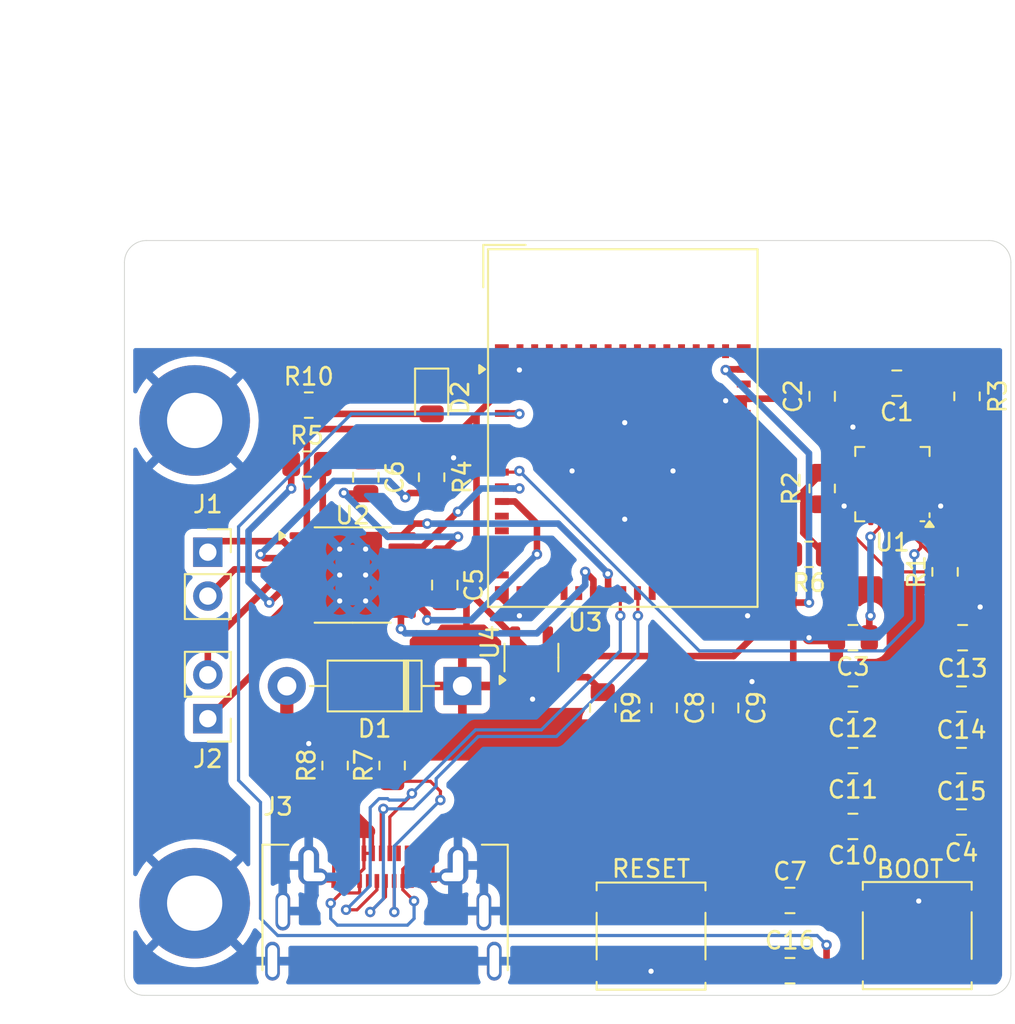
<source format=kicad_pcb>
(kicad_pcb (version 20240108) (generator "pcbnew") (generator_version "8.0")
  (layers (0 "F.Cu" signal) (31 "B.Cu" signal) (34 "B.Paste" user) (35 "F.Paste" user) (36 "B.SilkS" user "B.Silkscreen") (37 "F.SilkS" user "F.Silkscreen") (38 "B.Mask" user) (39 "F.Mask" user) (44 "Edge.Cuts" user))
  (net 0 "")
  (net 1 "Net-(D1-A)")
  (net 2 "+5V")
  (net 4 "Net-(U1-CPOUT)")
  (net 5 "INT")
  (net 6 "SCL")
  (net 10 "GND")
  (net 11 "Net-(U1-REGOUT)")
  (net 14 "Net-(U1-VLOGIC)")
  (net 15 "XCL")
  (net 16 "Net-(U1-AD0)")
  (net 18 "XDA")
  (net 19 "+3.3V")
  (net 24 "SDA")
  (net 25 "Net-(U2-VINT)")
  (net 26 "FAULT")
  (net 27 "Net-(J2-Pin_1)")
  (net 28 "Net-(U2-AISEN)")
  (net 29 "Net-(U2-VCP)")
  (net 30 "AIN2")
  (net 31 "BIN2")
  (net 32 "AIN1")
  (net 33 "Net-(J1-Pin_2)")
  (net 34 "Net-(J2-Pin_2)")
  (net 35 "BIN1")
  (net 36 "Net-(U2-BISEN)")
  (net 37 "Net-(J1-Pin_1)")
  (net 38 "IO8")
  (net 39 "IO39")
  (net 40 "IO33")
  (net 41 "IO11")
  (net 42 "IO12")
  (net 43 "IO35")
  (net 44 "IO48")
  (net 45 "IO15")
  (net 46 "D+")
  (net 47 "TXD0")
  (net 48 "IO45")
  (net 49 "IO16")
  (net 50 "IO37")
  (net 51 "IO7")
  (net 52 "IO36")
  (net 53 "IO2")
  (net 54 "IO46")
  (net 55 "IO26")
  (net 56 "IO38")
  (net 57 "IO47")
  (net 58 "IO40")
  (net 59 "IO3")
  (net 60 "IO14")
  (net 61 "BOOT0")
  (net 62 "RXD0")
  (net 63 "IO13")
  (net 64 "D-")
  (net 65 "IO10")
  (net 66 "IO9")
  (net 67 "IO21")
  (net 68 "IO34")
  (net 69 "RESET")
  (net 70 "IO42")
  (net 71 "IO41")
  (net 72 "IO1")
  (net 74 "Net-(U4-EN)")
  (net 75 "Net-(D2-A)")
  (net 76 "Net-(J3-CC2)")
  (net 77 "SBU2")
  (net 78 "SBU1")
  (net 79 "RX1-")
  (net 80 "RX2-")
  (net 81 "TX2+")
  (net 82 "TX1-")
  (net 83 "RX1+")
  (net 84 "TX1+")
  (net 85 "TX2-")
  (net 86 "RX2+")
  (footprint "Resistor_SMD:R_0805_2012Metric" (layer "F.Cu") (at 53.086 50.165)
    (property "Reference" "R10")
    (property "Value" "5.1K")
  )
  (footprint "Sensor_Motion:InvenSense_QFN-24_4x4mm_P0.5mm" (layer "F.Cu") (at 86.868 54.737 180)
    (property "Reference" "U1")
    (property "Value" "MPU-6050")
  )
  (footprint "LED_SMD:LED_0805_2012Metric" (layer "F.Cu") (at 60.198 49.7355 -90)
    (property "Reference" "D2")
    (property "Value" "LED")
  )
  (footprint "Package_SO:HTSSOP-16-1EP_4.4x5mm_P0.65mm_EP3.4x5mm_Mask2.46x2.31mm_ThermalVias" (layer "F.Cu") (at 55.626 59.999)
    (property "Reference" "U2")
    (property "Value" "DRV8833PWP")
  )
  (footprint "Resistor_SMD:R_0805_2012Metric" (layer "F.Cu") (at 54.61 71.025 90)
    (property "Reference" "R8")
    (property "Value" "5.1K")
  )
  (footprint "Resistor_SMD:R_0805_2012Metric" (layer "F.Cu") (at 57.912 71.025 90)
    (property "Reference" "R7")
    (property "Value" "5.1K")
  )
  (footprint "Capacitor_SMD:C_0805_2012Metric" (layer "F.Cu") (at 84.582 74.549 180)
    (property "Reference" "C10")
    (property "Value" "10uF")
  )
  (footprint "Capacitor_SMD:C_0805_2012Metric" (layer "F.Cu") (at 82.804 49.657 90)
    (property "Reference" "C2")
    (property "Value" "0.1uF")
  )
  (footprint "Connector_USB:USB_C_Receptacle_Amphenol_12401610E4-2A" (layer "F.Cu") (at 57.404 81.407)
    (property "Reference" "J3")
    (property "Value" "USB_C_Receptacle")
  )
  (footprint "Capacitor_SMD:C_0805_2012Metric" (layer "F.Cu") (at 90.866 74.295)
    (property "Reference" "C4")
    (property "Value" "0.1uF")
  )
  (footprint "Resistor_SMD:R_0805_2012Metric" (layer "F.Cu") (at 91.186 49.657 90)
    (property "Reference" "R3")
    (property "Value" "4.7K")
  )
  (footprint "Capacitor_SMD:C_0805_2012Metric" (layer "F.Cu") (at 73.66 67.691 90)
    (property "Reference" "C8")
    (property "Value" "10uF 25V")
  )
  (footprint "MountingHole:MountingHole_3.2mm_M3_Pad" (layer "F.Cu") (at 46.482 51.054)
    (property "Reference" "REF**" (hide yes))
    (property "Value" "MountingHole_3.2mm_M3_Pad")
  )
  (footprint "Capacitor_SMD:C_0805_2012Metric" (layer "F.Cu") (at 90.932 63.627)
    (property "Reference" "C13")
    (property "Value" "10uF")
  )
  (footprint "RF_Module:ESP32-S2-MINI-1" (layer "F.Cu") (at 71.262 51.493)
    (property "Reference" "U3")
    (property "Value" "ESP32-S3-MINI-1")
  )
  (footprint "Capacitor_SMD:C_0805_2012Metric" (layer "F.Cu") (at 77.216 67.691 90)
    (property "Reference" "C9")
    (property "Value" "10uF")
  )
  (footprint "Capacitor_SMD:C_0805_2012Metric" (layer "F.Cu") (at 90.866 67.183)
    (property "Reference" "C14")
    (property "Value" "10uF")
  )
  (footprint "Connector_PinHeader_2.54mm:PinHeader_1x02_P2.54mm_Vertical" (layer "F.Cu") (at 47.244 68.314 180)
    (property "Reference" "J2")
    (property "Value" "Screw_Terminal_01x02")
  )
  (footprint "Resistor_SMD:R_0805_2012Metric" (layer "F.Cu") (at 89.916 59.817 90)
    (property "Reference" "R1")
    (property "Value" "2.2K")
  )
  (footprint "MountingHole:MountingHole_3.2mm_M3_Pad" (layer "F.Cu") (at 46.482 78.994)
    (property "Reference" "GND" (hide yes))
    (property "Value" "MountingHole_3.2mm_M3_Pad")
  )
  (footprint "Connector_PinSocket_2.54mm:PinSocket_1x02_P2.54mm_Vertical" (layer "F.Cu") (at 47.244 58.677)
    (property "Reference" "J1")
    (property "Value" "Screw_Terminal_01x02")
  )
  (footprint "Capacitor_SMD:C_0805_2012Metric" (layer "F.Cu") (at 87.122 48.895 180)
    (property "Reference" "C1")
    (property "Value" "0.1uF")
  )
  (footprint "Capacitor_SMD:C_0805_2012Metric" (layer "F.Cu") (at 80.94 82.899 180)
    (property "Reference" "C16")
    (property "Value" "1uF 50V")
  )
  (footprint "Resistor_SMD:R_0805_2012Metric" (layer "F.Cu") (at 82.804 54.991 -90)
    (property "Reference" "R2")
    (property "Value" "2.2K")
  )
  (footprint "Package_TO_SOT_SMD:SOT-23-5" (layer "F.Cu") (at 65.974 64.7755 90)
    (property "Reference" "U4")
    (property "Value" "AP2112K-3.3")
  )
  (footprint "Capacitor_SMD:C_0805_2012Metric" (layer "F.Cu") (at 80.94 78.835)
    (property "Reference" "C7")
    (property "Value" "1uF 50V")
  )
  (footprint "Diode_THT:D_DO-41_SOD81_P10.16mm_Horizontal" (layer "F.Cu") (at 61.976 66.421 180)
    (property "Reference" "D1")
    (property "Value" "1N5819")
  )
  (footprint "Resistor_SMD:R_0805_2012Metric" (layer "F.Cu") (at 52.9825 53.577)
    (property "Reference" "R5")
    (property "Value" "0.2R")
  )
  (footprint "Button_Switch_SMD:SW_SPST_EVPBF" (layer "F.Cu") (at 72.898 80.899)
    (property "Reference" "RESET")
    (property "Value" "SW_Push")
  )
  (footprint "Capacitor_SMD:C_0805_2012Metric" (layer "F.Cu") (at 56.388 54.339 -90)
    (property "Reference" "C6")
    (property "Value" "10uF")
  )
  (footprint "Resistor_SMD:R_0805_2012Metric" (layer "F.Cu") (at 82.042 58.801 180)
    (property "Reference" "R6")
    (property "Value" "5.1K")
  )
  (footprint "Capacitor_SMD:C_0805_2012Metric" (layer "F.Cu") (at 60.96 60.579 -90)
    (property "Reference" "C5")
    (property "Value" "0.1uF")
  )
  (footprint "Resistor_SMD:R_0805_2012Metric" (layer "F.Cu") (at 70.104 67.691 -90)
    (property "Reference" "R9")
    (property "Value" "100K")
  )
  (footprint "Capacitor_SMD:C_0805_2012Metric" (layer "F.Cu") (at 84.582 67.183 180)
    (property "Reference" "C12")
    (property "Value" "10uF")
  )
  (footprint "Resistor_SMD:R_0805_2012Metric" (layer "F.Cu") (at 60.198 54.339 90)
    (property "Reference" "R4")
    (property "Value" "0.2R")
  )
  (footprint "Capacitor_SMD:C_0805_2012Metric" (layer "F.Cu") (at 84.582 63.627 180)
    (property "Reference" "C3")
    (property "Value" "2200pF")
  )
  (footprint "Button_Switch_SMD:SW_SPST_EVPBF" (layer "F.Cu") (at 88.306 80.867)
    (property "Reference" "BOOT")
    (property "Value" "SW_Push")
  )
  (footprint "Capacitor_SMD:C_0805_2012Metric" (layer "F.Cu") (at 90.866 70.739)
    (property "Reference" "C15")
    (property "Value" "1uF")
  )
  (footprint "Capacitor_SMD:C_0805_2012Metric" (layer "F.Cu") (at 84.582 70.739 180)
    (property "Reference" "C11")
    (property "Value" "10uF")
  )
  (gr_line (start 42.418 41.91) (end 42.418 83.185) (stroke (width 0.05)) (layer "Edge.Cuts"))
  (gr_arc (start 42.418 41.91) (mid 42.789974 41.011974) (end 43.688 40.64) (stroke (width 0.05)) (layer "Edge.Cuts"))
  (gr_arc (start 93.726 83.058) (mid 93.354026 83.956026) (end 92.456 84.328) (stroke (width 0.05)) (layer "Edge.Cuts"))
  (gr_line (start 93.726 83.058) (end 93.726 41.91) (stroke (width 0.05)) (layer "Edge.Cuts"))
  (gr_arc (start 43.561 84.328) (mid 42.752777 83.993223) (end 42.418 83.185) (stroke (width 0.05)) (layer "Edge.Cuts"))
  (gr_line (start 92.456 40.64) (end 43.688 40.64) (stroke (width 0.05)) (layer "Edge.Cuts"))
  (gr_arc (start 92.456 40.64) (mid 93.354026 41.011974) (end 93.726 41.91) (stroke (width 0.05)) (layer "Edge.Cuts"))
  (gr_line (start 43.561 84.328) (end 92.456 84.328) (stroke (width 0.05)) (layer "Edge.Cuts"))
  (segment (start 56.548 74.838) (end 56.779 75.069) (width 0.18415) (layer "F.Cu") (net 1))
  (segment (start 58.779 76.77615) (end 58.779 76.107) (width 0.18415) (layer "F.Cu") (net 1))
  (segment (start 56.548 74.838) (end 56.279 75.107) (width 0.18415) (layer "F.Cu") (net 1))
  (segment (start 51.816 71.406) (end 51.816 66.421) (width 0.762) (layer "F.Cu") (net 1))
  (segment (start 55.248 74.838) (end 51.816 71.406) (width 0.762) (layer "F.Cu") (net 1))
  (segment (start 56.548 74.838) (end 55.248 74.838) (width 0.762) (layer "F.Cu") (net 1))
  (segment (start 56.029 78.32615) (end 56.029 77.707) (width 0.18415) (layer "F.Cu") (net 1))
  (segment (start 59.182 78.867) (end 58.529 78.214) (width 0.18415) (layer "F.Cu") (net 1))
  (segment (start 58.529 77.707) (end 58.529 77.02615) (width 0.18415) (layer "F.Cu") (net 1))
  (segment (start 56.779 75.069) (end 56.779 76.107) (width 0.18415) (layer "F.Cu") (net 1))
  (segment (start 58.529 78.214) (end 58.529 77.707) (width 0.18415) (layer "F.Cu") (net 1))
  (segment (start 56.029 77.238) (end 56.279 76.988) (width 0.18415) (layer "F.Cu") (net 1))
  (segment (start 54.950925 78.399075) (end 55.956075 78.399075) (width 0.18415) (layer "F.Cu") (net 1))
  (segment (start 54.61 71.9375) (end 54.61 72.9) (width 0.762) (layer "F.Cu") (net 1))
  (segment (start 54.356 78.994) (end 54.950925 78.399075) (width 0.18415) (layer "F.Cu") (net 1))
  (segment (start 56.279 76.107) (end 56.779 76.107) (width 0.18415) (layer "F.Cu") (net 1))
  (segment (start 58.529 77.02615) (end 58.779 76.77615) (width 0.18415) (layer "F.Cu") (net 1))
  (segment (start 56.279 75.107) (end 56.279 76.107) (width 0.18415) (layer "F.Cu") (net 1))
  (segment (start 54.61 72.9) (end 56.548 74.838) (width 0.762) (layer "F.Cu") (net 1))
  (segment (start 56.279 76.988) (end 56.279 76.107) (width 0.18415) (layer "F.Cu") (net 1))
  (segment (start 55.956075 78.399075) (end 56.029 78.32615) (width 0.18415) (layer "F.Cu") (net 1))
  (segment (start 56.029 77.707) (end 56.029 77.238) (width 0.18415) (layer "F.Cu") (net 1))
  (via (at 54.356 78.994) (size 0.6) (drill 0.3) (layers "F.Cu" "B.Cu") (net 1))
  (via (at 59.182 78.867) (size 0.6) (drill 0.3) (layers "F.Cu" "B.Cu") (net 1))
  (segment (start 54.737 80.264) (end 58.801 80.264) (width 0.18415) (layer "B.Cu") (net 1))
  (segment (start 59.182 79.883) (end 59.182 78.867) (width 0.18415) (layer "B.Cu") (net 1))
  (segment (start 58.801 80.264) (end 59.182 79.883) (width 0.18415) (layer "B.Cu") (net 1))
  (segment (start 54.356 78.994) (end 54.356 79.883) (width 0.18415) (layer "B.Cu") (net 1))
  (segment (start 54.356 79.883) (end 54.737 80.264) (width 0.18415) (layer "B.Cu") (net 1))
  (segment (start 62.23 63.119) (end 62.2135 63.1025) (width 0.381) (layer "F.Cu") (net 2))
  (segment (start 61.976 66.421) (end 62.484 65.913) (width 0.762) (layer "F.Cu") (net 2))
  (segment (start 58.4885 60.324) (end 60.265 60.324) (width 0.381) (layer "F.Cu") (net 2))
  (segment (start 60.265 60.324) (end 60.96 59.629) (width 0.381) (layer "F.Cu") (net 2))
  (segment (start 62.2135 63.1025) (end 62.2135 60.8825) (width 0.381) (layer "F.Cu") (net 2))
  (segment (start 61.976 66.421) (end 62.0755 66.3215) (width 0.381) (layer "F.Cu") (net 2))
  (segment (start 62.2135 60.8825) (end 60.96 59.629) (width 0.381) (layer "F.Cu") (net 2))
  (segment (start 73.6225 68.6035) (end 73.66 68.641) (width 0.762) (layer "F.Cu") (net 2))
  (segment (start 85.532 62.423) (end 85.598 62.357) (width 0.381) (layer "F.Cu") (net 4))
  (segment (start 86.118 57.265) (end 86.118 56.687) (width 0.18415) (layer "F.Cu") (net 4))
  (segment (start 85.532 63.627) (end 85.532 62.423) (width 0.381) (layer "F.Cu") (net 4))
  (segment (start 85.598 57.785) (end 86.118 57.265) (width 0.18415) (layer "F.Cu") (net 4))
  (via (at 85.598 62.357) (size 0.6) (drill 0.3) (layers "F.Cu" "B.Cu") (net 4))
  (via (at 85.598 57.785) (size 0.6) (drill 0.3) (layers "F.Cu" "B.Cu") (net 4))
  (segment (start 85.598 62.357) (end 85.598 57.785) (width 0.381) (layer "B.Cu") (net 4))
  (segment (start 89.916 58.9045) (end 89.216 58.9045) (width 0.18415) (layer "F.Cu") (net 6))
  (segment (start 88.138 58.801) (end 88.49825 58.44075) (width 0.18415) (layer "F.Cu") (net 6))
  (segment (start 89.216 58.9045) (end 88.49825 58.18675) (width 0.18415) (layer "F.Cu") (net 6))
  (segment (start 64.262 54.043) (end 65.21 54.043) (width 0.18415) (layer "F.Cu") (net 6))
  (segment (start 88.49825 58.18675) (end 87.618 57.3065) (width 0.18415) (layer "F.Cu") (net 6))
  (segment (start 87.618 57.3065) (end 87.618 56.687) (width 0.18415) (layer "F.Cu") (net 6))
  (segment (start 88.49825 58.44075) (end 88.49825 58.18675) (width 0.18415) (layer "F.Cu") (net 6))
  (segment (start 65.21 54.043) (end 65.278 53.975) (width 0.18415) (layer "F.Cu") (net 6))
  (via (at 65.278 53.975) (size 0.6) (drill 0.3) (layers "F.Cu" "B.Cu") (net 6))
  (via (at 88.138 58.801) (size 0.6) (drill 0.3) (layers "F.Cu" "B.Cu") (net 6))
  (segment (start 75.692 64.389) (end 86.36 64.389) (width 0.18415) (layer "B.Cu") (net 6))
  (segment (start 65.278 53.975) (end 75.692 64.389) (width 0.18415) (layer "B.Cu") (net 6))
  (segment (start 88.138 62.611) (end 88.138 58.801) (width 0.18415) (layer "B.Cu") (net 6))
  (segment (start 86.36 64.389) (end 88.138 62.611) (width 0.18415) (layer "B.Cu") (net 6))
  (segment (start 91.816 70.739) (end 91.816 67.183) (width 0.762) (layer "F.Cu") (net 10))
  (segment (start 89.662 56.007) (end 88.838 56.007) (width 0.18415) (layer "F.Cu") (net 10))
  (segment (start 60.279 77.457) (end 60.029 77.707) (width 0.18415) (layer "F.Cu") (net 10))
  (segment (start 69.612 52.393) (end 71.262 52.393) (width 0.381) (layer "F.Cu") (net 10))
  (segment (start 60.67 77.472) (end 61.399 77.472) (width 0.18415) (layer "F.Cu") (net 10))
  (segment (start 60.029 77.707) (end 60.435 77.707) (width 0.18415) (layer "F.Cu") (net 10))
  (segment (start 86.118 52.3408) (end 86.118 52.787) (width 0.18415) (layer "F.Cu") (net 10))
  (segment (start 78.486 62.357) (end 78.486 61.267) (width 0.381) (layer "F.Cu") (net 10))
  (segment (start 58.4885 59.674) (end 56.701 59.674) (width 0.381) (layer "F.Cu") (net 10))
  (segment (start 85.394 78.835) (end 85.426 78.867) (width 0.762) (layer "F.Cu") (net 10))
  (segment (start 60.435 77.707) (end 60.67 77.472) (width 0.18415) (layer "F.Cu") (net 10))
  (segment (start 78.486 61.267) (end 78.262 61.043) (width 0.381) (layer "F.Cu") (net 10))
  (segment (start 64.117 48.798) (end 64.262 48.943) (width 0.381) (layer "F.Cu") (net 10))
  (segment (start 71.374 55.805) (end 71.262 55.693) (width 0.381) (layer "F.Cu") (net 10))
  (segment (start 75.778 82.899) (end 72.93 82.899) (width 0.762) (layer "F.Cu") (net 10))
  (segment (start 54.529 76.357) (end 54.529 77.707) (width 0.18415) (layer "F.Cu") (net 10))
  (segment (start 82.042 63.627) (end 83.632 63.627) (width 0.762) (layer "F.Cu") (net 10))
  (segment (start 74.168 53.975) (end 72.98 53.975) (width 0.381) (layer "F.Cu") (net 10))
  (segment (start 69.612 55.693) (end 71.262 55.693) (width 0.381) (layer "F.Cu") (net 10))
  (segment (start 73.812 47.043) (end 74.662 47.043) (width 0.381) (layer "F.Cu") (net 10))
  (segment (start 85.426 78.867) (end 88.392 78.867) (width 0.762) (layer "F.Cu") (net 10))
  (segment (start 71.262 52.393) (end 72.912 52.393) (width 0.381) (layer "F.Cu") (net 10))
  (segment (start 77.79 66.167) (end 77.216 66.741) (width 0.381) (layer "F.Cu") (net 10))
  (segment (start 78.262 47.043) (end 77.212 47.043) (width 0.381) (layer "F.Cu") (net 10))
  (segment (start 64.302 48.133) (end 64.262 48.093) (width 0.381) (layer "F.Cu") (net 10))
  (segment (start 60.1605 53.389) (end 60.198 53.4265) (width 0.381) (layer "F.Cu") (net 10))
  (segment (start 66.04 65.979) (end 65.974 65.913) (width 0.381) (layer "F.Cu") (net 10))
  (segment (start 60.4115 53.213) (end 60.198 53.4265) (width 0.381) (layer "F.Cu") (net 10))
  (segment (start 91.882 61.915) (end 91.948 61.849) (width 0.762) (layer "F.Cu") (net 10))
  (segment (start 54.529 77.707) (end 53.644 77.707) (width 0.18415) (layer "F.Cu") (net 10))
  (segment (start 72.98 53.975) (end 72.912 54.043) (width 0.381) (layer "F.Cu") (net 10))
  (segment (start 64.262 61.341) (end 65.278 62.357) (width 0.381) (layer "F.Cu") (net 10))
  (segment (start 79.99 82.899) (end 75.778 82.899) (width 0.762) (layer "F.Cu") (net 10))
  (segment (start 65.278 47.077) (end 65.312 47.043) (width 0.381) (layer "F.Cu") (net 10))
  (segment (start 54.083 53.389) (end 56.388 53.389) (width 0.381) (layer "F.Cu") (net 10))
  (segment (start 83.632 67.183) (end 83.632 63.627) (width 0.762) (layer "F.Cu") (net 10))
  (segment (start 73.66 66.741) (end 77.216 66.741) (width 0.762) (layer "F.Cu") (net 10))
  (segment (start 85.984 48.707) (end 86.172 48.895) (width 0.762) (layer "F.Cu") (net 10))
  (segment (start 86.118 48.949) (end 86.172 48.895) (width 0.18415) (layer "F.Cu") (net 10))
  (segment (start 71.374 56.769) (end 71.374 55.805) (width 0.381) (layer "F.Cu") (net 10))
  (segment (start 71.262 47.043) (end 72.112 47.043) (width 0.381) (layer "F.Cu") (net 10))
  (segment (start 72.112 47.043) (end 72.962 47.043) (width 0.381) (layer "F.Cu") (net 10))
  (segment (start 90.221 47.7795) (end 87.2875 47.7795) (width 0.381) (layer "F.Cu") (net 10))
  (segment (start 68.712 47.043) (end 69.562 47.043) (width 0.381) (layer "F.Cu") (net 10))
  (segment (start 69.612 54.043) (end 71.262 54.043) (width 0.381) (layer "F.Cu") (net 10))
  (segment (start 54.876 58.499) (end 54.876 58.145447) (width 0.381) (layer "F.Cu") (net 10))
  (segment (start 56.388 53.389) (end 60.1605 53.389) (width 0.381) (layer "F.Cu") (net 10))
  (segment (start 83.632 74.549) (end 83.632 70.739) (width 0.762) (layer "F.Cu") (net 10))
  (segment (start 77.334 49.793) (end 77.216 49.911) (width 0.381) (layer "F.Cu") (net 10))
  (segment (start 91.816 74.295) (end 91.816 70.739) (width 0.762) (layer "F.Cu") (net 10))
  (segment (start 53.4435 70.1125) (end 53.086 69.755) (width 0.381) (layer "F.Cu") (net 10))
  (segment (start 53.644 77.707) (end 53.409 77.472) (width 0.18415) (layer "F.Cu") (net 10))
  (segment (start 70.412 47.043) (end 71.262 47.043) (width 0.381) (layer "F.Cu") (net 10))
  (segment (start 91.816 67.183) (end 91.816 63.693) (width 0.762) (layer "F.Cu") (net 10))
  (segment (start 91.186 78.867) (end 88.392 78.867) (width 0.762) (layer "F.Cu") (net 10))
  (segment (start 88.838 56.007) (end 88.818 55.987) (width 0.18415) (layer "F.Cu") (net 10))
  (segment (start 64.262 47.043) (end 65.312 47.043) (width 0.381) (layer "F.Cu") (net 10))
  (segment (start 60.198 48.798) (end 64.117 48.798) (width 0.381) (layer "F.Cu") (net 10))
  (segment (start 72.93 82.899) (end 72.898 82.931) (width 0.762) (layer "F.Cu") (net 10))
  (segment (start 74.662 47.043) (end 75.512 47.043) (width 0.381) (layer "F.Cu") (net 10))
  (segment (start 78.74 66.167) (end 77.79 66.167) (width 0.381) (layer "F.Cu") (net 10))
  (segment (start 71.374 52.281) (end 71.262 52.393) (width 0.381) (layer "F.Cu") (net 10))
  (segment (start 65.312 47.043) (end 66.162 47.043) (width 0.381) (layer "F.Cu") (net 10))
  (segment (start 91.882 63.627) (end 91.882 61.915) (width 0.762) (layer "F.Cu") (net 10))
  (segment (start 64.262 61.043) (end 64.262 61.341) (width 0.381) (layer "F.Cu") (net 10))
  (segment (start 78.262 50.643) (end 78.262 49.793) (width 0.381) (layer "F.Cu") (net 10))
  (segment (start 64.262 48.093) (end 64.262 47.043) (width 0.381) (layer "F.Cu") (net 10))
  (segment (start 71.374 51.181) (end 71.374 52.281) (width 0.381) (layer "F.Cu") (net 10))
  (segment (start 81.718 49.793) (end 82.804 48.707) (width 0.381) (layer "F.Cu") (net 10))
  (segment (start 85.2122 51.435) (end 86.118 52.3408) (width 0.18415) (layer "F.Cu") (net 10))
  (segment (start 84.582 51.435) (end 85.2122 51.435) (width 0.18415) (layer "F.Cu") (net 10))
  (segment (start 54.779 76.107) (end 54.529 76.357) (width 0.18415) (layer "F.Cu") (net 10))
  (segment (start 70.018 82.899) (end 72.866 82.899) (width 0.762) (layer "F.Cu") (net 10))
  (segment (start 67.862 47.043) (end 68.712 47.043) (width 0.381) (layer "F.Cu") (net 10))
  (segment (start 61.468 53.213) (end 60.4115 53.213) (width 0.381) (layer "F.Cu") (net 10))
  (segment (start 72.866 82.899) (end 72.898 82.931) (width 0.762) (layer "F.Cu") (net 10))
  (segment (start 54.61 70.1125) (end 53.4435 70.1125) (width 0.381) (layer "F.Cu") (net 10))
  (segment (start 82.804 48.707) (end 85.984 48.707) (width 0.762) (layer "F.Cu") (net 10))
  (segment (start 91.816 63.693) (end 91.882 63.627) (width 0.762) (layer "F.Cu") (net 10))
  (segment (start 84.094 55.987) (end 84.074 56.007) (width 0.18415) (layer "F.Cu") (net 10))
  (segment (start 76.362 47.043) (end 77.212 47.043) (width 0.381) (layer "F.Cu") (net 10))
  (segment (start 91.186 48.7445) (end 90.221 47.7795) (width 0.381) (layer "F.Cu") (net 10))
  (segment (start 54.61 70.1125) (end 57.912 70.1125) (width 0.381) (layer "F.Cu") (net 10))
  (segment (start 60.198 53.4265) (end 60.2385 53.4265) (width 0.381) (layer "F.Cu") (net 10))
  (segment (start 75.512 47.043) (end 76.362 47.043) (width 0.381) (layer "F.Cu") (net 10))
  (segment (start 78.262 49.793) (end 81.718 49.793) (width 0.381) (layer "F.Cu") (net 10))
  (segment (start 72.912 54.043) (end 71.262 54.043) (width 0.381) (layer "F.Cu") (net 10))
  (segment (start 65.278 48.133) (end 64.302 48.133) (width 0.381) (layer "F.Cu") (net 10))
  (segment (start 84.918 55.987) (end 84.094 55.987) (width 0.18415) (layer "F.Cu") (net 10))
  (segment (start 56.701 59.674) (end 56.376 59.999) (width 0.381) (layer "F.Cu") (net 10))
  (segment (start 66.04 67.183) (end 66.04 65.979) (width 0.381) (layer "F.Cu") (net 10))
  (segment (start 54.876 58.145447) (end 53.895 57.164447) (width 0.381) (layer "F.Cu") (net 10))
  (segment (start 81.89 78.835) (end 85.394 78.835) (width 0.762) (layer "F.Cu") (net 10))
  (segment (start 53.895 53.577) (end 54.083 53.389) (width 0.381) (layer "F.Cu") (net 10))
  (segment (start 65.278 48.133) (end 65.278 47.077) (width 0.381) (layer "F.Cu") (net 10))
  (segment (start 64.262 48.943) (end 64.262 48.093) (width 0.381) (layer "F.Cu") (net 10))
  (segment (start 71.262 55.693) (end 72.912 55.693) (width 0.381) (layer "F.Cu") (net 10))
  (segment (start 60.279 76.107) (end 60.279 77.457) (width 0.18415) (layer "F.Cu") (net 10))
  (segment (start 78.262 49.793) (end 77.334 49.793) (width 0.381) (layer "F.Cu") (net 10))
  (segment (start 69.544 53.975) (end 69.612 54.043) (width 0.381) (layer "F.Cu") (net 10))
  (segment (start 69.562 47.043) (end 70.412 47.043) (width 0.381) (layer "F.Cu") (net 10))
  (segment (start 53.895 57.164447) (end 53.895 53.577) (width 0.381) (layer "F.Cu") (net 10))
  (segment (start 68.326 53.975) (end 69.544 53.975) (width 0.381) (layer "F.Cu") (net 10))
  (segment (start 83.632 70.739) (end 83.632 67.183) (width 0.762) (layer "F.Cu") (net 10))
  (segment (start 66.162 47.043) (end 67.012 47.043) (width 0.381) (layer "F.Cu") (net 10))
  (segment (start 67.012 47.043) (end 67.862 47.043) (width 0.381) (layer "F.Cu") (net 10))
  (segment (start 87.2875 47.7795) (end 86.172 48.895) (width 0.381) (layer "F.Cu") (net 10))
  (segment (start 72.962 47.043) (end 73.812 47.043) (width 0.381) (layer "F.Cu") (net 10))
  (via (at 66.04 67.183) (size 0.6) (drill 0.3) (layers "F.Cu" "B.Cu") (net 10))
  (via (at 84.074 56.007) (size 0.6) (drill 0.3) (layers "F.Cu" "B.Cu") (net 10))
  (via (at 68.326 53.975) (size 0.6) (drill 0.3) (layers "F.Cu" "B.Cu") (net 10))
  (via (at 61.468 53.213) (size 0.6) (drill 0.3) (layers "F.Cu" "B.Cu") (net 10))
  (via (at 84.582 51.435) (size 0.6) (drill 0.3) (layers "F.Cu" "B.Cu") (net 10))
  (via (at 78.74 66.167) (size 0.6) (drill 0.3) (layers "F.Cu" "B.Cu") (net 10))
  (via (at 88.392 78.867) (size 0.6) (drill 0.3) (layers "F.Cu" "B.Cu") (net 10))
  (via (at 89.662 56.007) (size 0.6) (drill 0.3) (layers "F.Cu" "B.Cu") (net 10))
  (via (at 71.374 51.181) (size 0.6) (drill 0.3) (layers "F.Cu" "B.Cu") (net 10))
  (via (at 74.168 53.975) (size 0.6) (drill 0.3) (layers "F.Cu" "B.Cu") (net 10))
  (via (at 71.374 56.769) (size 0.6) (drill 0.3) (layers "F.Cu" "B.Cu") (net 10))
  (via (at 77.216 49.911) (size 0.6) (drill 0.3) (layers "F.Cu" "B.Cu") (net 10))
  (via (at 82.042 63.627) (size 0.6) (drill 0.3) (layers "F.Cu" "B.Cu") (net 10))
  (via (at 65.278 62.357) (size 0.6) (drill 0.3) (layers "F.Cu" "B.Cu") (net 10))
  (via (at 91.948 61.849) (size 0.6) (drill 0.3) (layers "F.Cu" "B.Cu") (net 10))
  (via (at 53.086 69.755) (size 0.6) (drill 0.3) (layers "F.Cu" "B.Cu") (net 10))
  (via (at 72.898 82.931) (size 0.6) (drill 0.3) (layers "F.Cu" "B.Cu") (net 10))
  (via (at 65.278 48.133) (size 0.6) (drill 0.3) (layers "F.Cu" "B.Cu") (net 10))
  (via (at 78.486 62.357) (size 0.6) (drill 0.3) (layers "F.Cu" "B.Cu") (net 10))
  (segment (start 86.618 52.787) (end 86.618 51.693) (width 0.18415) (layer "F.Cu") (net 11))
  (segment (start 85.532 50.607) (end 82.804 50.607) (width 0.18415) (layer "F.Cu") (net 11))
  (segment (start 86.618 51.693) (end 85.532 50.607) (width 0.18415) (layer "F.Cu") (net 11))
  (segment (start 92.178075 49.887075) (end 91.840075 49.549075) (width 0.18415) (layer "F.Cu") (net 14))
  (segment (start 87.618 49.349) (end 88.072 48.895) (width 0.18415) (layer "F.Cu") (net 14))
  (segment (start 91.840075 49.549075) (end 88.726075 49.549075) (width 0.18415) (layer "F.Cu") (net 14))
  (segment (start 88.726075 49.549075) (end 88.072 48.895) (width 0.18415) (layer "F.Cu") (net 14))
  (segment (start 88.584725 51.374075) (end 92.008925 51.374075) (width 0.18415) (layer "F.Cu") (net 14))
  (segment (start 92.008925 51.374075) (end 92.178075 51.204925) (width 0.18415) (layer "F.Cu") (net 14))
  (segment (start 87.618 52.3408) (end 88.584725 51.374075) (width 0.18415) (layer "F.Cu") (net 14))
  (segment (start 92.178075 51.204925) (end 92.178075 49.887075) (width 0.18415) (layer "F.Cu") (net 14))
  (segment (start 87.618 52.787) (end 87.618 52.3408) (width 0.18415) (layer "F.Cu") (net 14))
  (segment (start 87.118 52.787) (end 87.118 51.439) (width 0.18415) (layer "F.Cu") (net 16))
  (segment (start 87.118 51.439) (end 87.9875 50.5695) (width 0.18415) (layer "F.Cu") (net 16))
  (segment (start 87.9875 50.5695) (end 91.186 50.5695) (width 0.18415) (layer "F.Cu") (net 16))
  (segment (start 79.756 57.1265) (end 81.7135 55.169) (width 0.381) (layer "F.Cu") (net 19))
  (segment (start 52.973 52.1375) (end 53.5595 51.551) (width 0.381) (layer "F.Cu") (net 19))
  (segment (start 62.7945 50.7295) (end 63.731 49.793) (width 0.381) (layer "F.Cu") (net 19))
  (segment (start 89.982 67.117) (end 89.916 67.183) (width 0.762) (layer "F.Cu") (net 19))
  (segment (start 81.7135 57.56) (end 81.7135 55.169) (width 0.381) (layer "F.Cu") (net 19))
  (segment (start 65.024 63.638) (end 62.7945 61.4085) (width 0.381) (layer "F.Cu") (net 19))
  (segment (start 52.1735 50.165) (end 53.5595 51.551) (width 0.381) (layer "F.Cu") (net 19))
  (segment (start 79.756 62.611) (end 79.756 57.1265) (width 0.381) (layer "F.Cu") (net 19))
  (segment (start 84.883 60.7295) (end 89.916 60.7295) (width 0.762) (layer "F.Cu") (net 19))
  (segment (start 53.5595 51.551) (end 61.973 51.551) (width 0.381) (layer "F.Cu") (net 19))
  (segment (start 65.024 63.638) (end 66.077 64.691) (width 0.381) (layer "F.Cu") (net 19))
  (segment (start 81.7135 55.169) (end 82.804 54.0785) (width 0.381) (layer "F.Cu") (net 19))
  (segment (start 77.676 64.691) (end 79.756 62.611) (width 0.381) (layer "F.Cu") (net 19))
  (segment (start 82.9545 58.801) (end 84.883 60.7295) (width 0.762) (layer "F.Cu") (net 19))
  (segment (start 52.973 57.5145) (end 52.973 52.1375) (width 0.381) (layer "F.Cu") (net 19))
  (segment (start 84.918 53.487) (end 83.3955 53.487) (width 0.18415) (layer "F.Cu") (net 19))
  (segment (start 61.973 51.551) (end 62.7945 50.7295) (width 0.381) (layer "F.Cu") (net 19))
  (segment (start 63.731 49.793) (end 64.262 49.793) (width 0.381) (layer "F.Cu") (net 19))
  (segment (start 52.7635 57.724) (end 52.973 57.5145) (width 0.381) (layer "F.Cu") (net 19))
  (segment (start 89.982 60.7955) (end 89.916 60.7295) (width 0.762) (layer "F.Cu") (net 19))
  (segment (start 62.7945 61.4085) (end 62.7945 50.7295) (width 0.381) (layer "F.Cu") (net 19))
  (segment (start 66.077 64.691) (end 77.676 64.691) (width 0.381) (layer "F.Cu") (net 19))
  (segment (start 83.3955 53.487) (end 82.804 54.0785) (width 0.18415) (layer "F.Cu") (net 19))
  (segment (start 82.9545 58.801) (end 81.7135 57.56) (width 0.381) (layer "F.Cu") (net 19))
  (segment (start 88.118 56.687) (end 89.184538 56.687) (width 0.18415) (layer "F.Cu") (net 24))
  (segment (start 90.489538 59.817) (end 86.7175 59.817) (width 0.18415) (layer "F.Cu") (net 24))
  (segment (start 90.908075 59.398463) (end 90.489538 59.817) (width 0.18415) (layer "F.Cu") (net 24))
  (segment (start 86.7175 59.817) (end 82.804 55.9035) (width 0.18415) (layer "F.Cu") (net 24))
  (segment (start 89.184538 56.687) (end 90.908075 58.410537) (width 0.18415) (layer "F.Cu") (net 24))
  (segment (start 90.908075 58.410537) (end 90.908075 59.398463) (width 0.18415) (layer "F.Cu") (net 24))
  (segment (start 55.162 55.289) (end 55.118 55.245) (width 0.381) (layer "F.Cu") (net 25))
  (segment (start 59.927268 59.024) (end 58.4885 59.024) (width 0.381) (layer "F.Cu") (net 25))
  (segment (start 60.475768 58.4755) (end 59.927268 59.024) (width 0.381) (layer "F.Cu") (net 25))
  (segment (start 61.0315 58.4755) (end 60.475768 58.4755) (width 0.381) (layer "F.Cu") (net 25))
  (segment (start 56.388 55.289) (end 55.162 55.289) (width 0.381) (layer "F.Cu") (net 25))
  (segment (start 61.722 57.785) (end 61.0315 58.4755) (width 0.381) (layer "F.Cu") (net 25))
  (via (at 61.722 57.785) (size 0.6) (drill 0.3) (layers "F.Cu" "B.Cu") (net 25))
  (via (at 55.118 55.245) (size 0.6) (drill 0.3) (layers "F.Cu" "B.Cu") (net 25))
  (segment (start 61.722 57.785) (end 57.658 57.785) (width 0.381) (layer "B.Cu") (net 25))
  (segment (start 57.658 57.785) (end 55.118 55.245) (width 0.381) (layer "B.Cu") (net 25))
  (segment (start 50.8 64.758) (end 47.244 68.314) (width 0.381) (layer "F.Cu") (net 27))
  (segment (start 52.7635 61.624) (end 51.929556 61.624) (width 0.381) (layer "F.Cu") (net 27))
  (segment (start 50.8 62.753556) (end 50.8 64.758) (width 0.381) (layer "F.Cu") (net 27))
  (segment (start 51.929556 61.624) (end 50.8 62.753556) (width 0.381) (layer "F.Cu") (net 27))
  (segment (start 58.9215 55.2515) (end 58.674 55.499) (width 0.381) (layer "F.Cu") (net 28))
  (segment (start 50.515 59.024) (end 50.292 58.801) (width 0.381) (layer "F.Cu") (net 28))
  (segment (start 52.7635 59.024) (end 50.515 59.024) (width 0.381) (layer "F.Cu") (net 28))
  (segment (start 60.198 55.2515) (end 58.9215 55.2515) (width 0.381) (layer "F.Cu") (net 28))
  (via (at 58.674 55.499) (size 0.6) (drill 0.3) (layers "F.Cu" "B.Cu") (net 28))
  (via (at 50.292 58.801) (size 0.6) (drill 0.3) (layers "F.Cu" "B.Cu") (net 28))
  (segment (start 50.292 58.801) (end 54.5385 54.5545) (width 0.381) (layer "B.Cu") (net 28))
  (segment (start 54.5385 54.5545) (end 57.7295 54.5545) (width 0.381) (layer "B.Cu") (net 28))
  (segment (start 57.7295 54.5545) (end 58.674 55.499) (width 0.381) (layer "B.Cu") (net 28))
  (segment (start 60.405 60.974) (end 60.96 61.529) (width 0.381) (layer "F.Cu") (net 29))
  (segment (start 58.4885 60.974) (end 60.405 60.974) (width 0.381) (layer "F.Cu") (net 29))
  (segment (start 64.36 54.991) (end 64.262 54.893) (width 0.381) (layer "F.Cu") (net 30))
  (segment (start 65.278 54.991) (end 64.36 54.991) (width 0.381) (layer "F.Cu") (net 30))
  (segment (start 59.6805 58.374) (end 58.4885 58.374) (width 0.381) (layer "F.Cu") (net 30))
  (segment (start 61.722 56.3325) (end 59.6805 58.374) (width 0.381) (layer "F.Cu") (net 30))
  (via (at 65.278 54.991) (size 0.6) (drill 0.3) (layers "F.Cu" "B.Cu") (net 30))
  (via (at 61.722 56.3325) (size 0.6) (drill 0.3) (layers "F.Cu" "B.Cu") (net 30))
  (segment (start 63.0635 54.991) (end 65.278 54.991) (width 0.381) (layer "B.Cu") (net 30))
  (segment (start 61.722 56.3325) (end 63.0635 54.991) (width 0.381) (layer "B.Cu") (net 30))
  (segment (start 59.322444 61.624) (end 58.4885 61.624) (width 0.381) (layer "F.Cu") (net 31))
  (segment (start 59.944 62.611) (end 59.944 62.245556) (width 0.381) (layer "F.Cu") (net 31))
  (segment (start 65.014 55.743) (end 66.294 57.023) (width 0.381) (layer "F.Cu") (net 31))
  (segment (start 66.294 57.023) (end 66.294 58.801) (width 0.381) (layer "F.Cu") (net 31))
  (segment (start 64.262 55.743) (end 65.014 55.743) (width 0.381) (layer "F.Cu") (net 31))
  (segment (start 59.944 62.245556) (end 59.322444 61.624) (width 0.381) (layer "F.Cu") (net 31))
  (via (at 59.944 62.611) (size 0.6) (drill 0.3) (layers "F.Cu" "B.Cu") (net 31))
  (via (at 66.294 58.801) (size 0.6) (drill 0.3) (layers "F.Cu" "B.Cu") (net 31))
  (segment (start 59.944 62.611) (end 62.484 62.611) (width 0.381) (layer "B.Cu") (net 31))
  (segment (start 62.484 62.611) (end 66.294 58.801) (width 0.381) (layer "B.Cu") (net 31))
  (segment (start 70.394082 59.928403) (end 70.412 59.946321) (width 0.381) (layer "F.Cu") (net 32))
  (segment (start 70.412 59.946321) (end 70.412 61.043) (width 0.381) (layer "F.Cu") (net 32))
  (segment (start 59.944 57.023) (end 59.1895 57.023) (width 0.381) (layer "F.Cu") (net 32))
  (segment (start 59.1895 57.023) (end 58.4885 57.724) (width 0.381) (layer "F.Cu") (net 32))
  (via (at 70.394082 59.928403) (size 0.6) (drill 0.3) (layers "F.Cu" "B.Cu") (net 32))
  (via (at 59.944 57.023) (size 0.6) (drill 0.3) (layers "F.Cu" "B.Cu") (net 32))
  (segment (start 70.394082 59.892567) (end 67.524515 57.023) (width 0.381) (layer "B.Cu") (net 32))
  (segment (start 67.524515 57.023) (end 59.944 57.023) (width 0.381) (layer "B.Cu") (net 32))
  (segment (start 70.394082 59.928403) (end 70.394082 59.892567) (width 0.381) (layer "B.Cu") (net 32))
  (segment (start 48.787 59.674) (end 47.244 61.217) (width 0.381) (layer "F.Cu") (net 33))
  (segment (start 52.7635 59.674) (end 48.787 59.674) (width 0.381) (layer "F.Cu") (net 33))
  (segment (start 47.244 64.135) (end 47.244 65.774) (width 0.381) (layer "F.Cu") (net 34))
  (segment (start 52.7635 60.324) (end 51.055 60.324) (width 0.381) (layer "F.Cu") (net 34))
  (segment (start 51.055 60.324) (end 47.244 64.135) (width 0.381) (layer "F.Cu") (net 34))
  (segment (start 69.562 60.291) (end 69.562 61.043) (width 0.381) (layer "F.Cu") (net 35))
  (segment (start 69.088 59.817) (end 69.562 60.291) (width 0.381) (layer "F.Cu") (net 35))
  (segment (start 58.42 63.119) (end 58.42 62.3425) (width 0.381) (layer "F.Cu") (net 35))
  (segment (start 58.42 62.3425) (end 58.4885 62.274) (width 0.381) (layer "F.Cu") (net 35))
  (via (at 58.42 63.119) (size 0.6) (drill 0.3) (layers "F.Cu" "B.Cu") (net 35))
  (via (at 69.088 59.817) (size 0.6) (drill 0.3) (layers "F.Cu" "B.Cu") (net 35))
  (segment (start 69.088 59.817) (end 69.088 60.579) (width 0.381) (layer "B.Cu") (net 35))
  (segment (start 66.294 63.373) (end 58.674 63.373) (width 0.381) (layer "B.Cu") (net 35))
  (segment (start 69.088 60.579) (end 66.294 63.373) (width 0.381) (layer "B.Cu") (net 35))
  (segment (start 58.674 63.373) (end 58.42 63.119) (width 0.381) (layer "B.Cu") (net 35))
  (segment (start 52.7635 60.974) (end 51.421 60.974) (width 0.381) (layer "F.Cu") (net 36))
  (segment (start 51.421 60.974) (end 50.8 61.595) (width 0.381) (layer "F.Cu") (net 36))
  (segment (start 52.07 54.991) (end 52.07 53.577) (width 0.381) (layer "F.Cu") (net 36))
  (via (at 52.07 54.991) (size 0.6) (drill 0.3) (layers "F.Cu" "B.Cu") (net 36))
  (via (at 50.8 61.595) (size 0.6) (drill 0.3) (layers "F.Cu" "B.Cu") (net 36))
  (segment (start 49.6015 57.4595) (end 52.07 54.991) (width 0.381) (layer "B.Cu") (net 36))
  (segment (start 50.8 61.595) (end 49.6015 60.3965) (width 0.381) (layer "B.Cu") (net 36))
  (segment (start 49.6015 60.3965) (end 49.6015 57.4595) (width 0.381) (layer "B.Cu") (net 36))
  (segment (start 52.7635 58.374) (end 51.929556 58.374) (width 0.381) (layer "F.Cu") (net 37))
  (segment (start 51.929556 58.374) (end 51.594556 58.039) (width 0.381) (layer "F.Cu") (net 37))
  (segment (start 51.594556 58.039) (end 47.882 58.039) (width 0.381) (layer "F.Cu") (net 37))
  (segment (start 47.882 58.039) (end 47.244 58.677) (width 0.381) (layer "F.Cu") (net 37))
  (segment (start 57.529 78.615) (end 57.529 77.707) (width 0.18415) (layer "F.Cu") (net 46))
  (segment (start 72.136 62.357) (end 72.136 61.067) (width 0.18415) (layer "F.Cu") (net 46))
  (segment (start 56.642 79.502) (end 57.529 78.615) (width 0.18415) (layer "F.Cu") (net 46))
  (segment (start 72.136 61.067) (end 72.112 61.043) (width 0.18415) (layer "F.Cu") (net 46))
  (segment (start 57.279 73.657678) (end 57.403839 73.532839) (width 0.18415) (layer "F.Cu") (net 46))
  (segment (start 57.279 76.107) (end 57.279 73.657678) (width 0.18415) (layer "F.Cu") (net 46))
  (via (at 72.136 62.357) (size 0.6) (drill 0.3) (layers "F.Cu" "B.Cu") (net 46))
  (via (at 56.642 79.502) (size 0.6) (drill 0.3) (layers "F.Cu" "B.Cu") (net 46))
  (via (at 57.403839 73.532839) (size 0.6) (drill 0.3) (layers "F.Cu" "B.Cu") (net 46))
  (segment (start 62.89712 69.34515) (end 67.424 69.34515) (width 0.18415) (layer "B.Cu") (net 46))
  (segment (start 57.403839 73.532839) (end 59.1445 73.532839) (width 0.18415) (layer "B.Cu") (net 46))
  (segment (start 67.424 69.34515) (end 72.136 64.63315) (width 0.18415) (layer "B.Cu") (net 46))
  (segment (start 59.1445 73.532839) (end 60.460754 72.216585) (width 0.18415) (layer "B.Cu") (net 46))
  (segment (start 56.642 79.502) (end 57.404 78.74) (width 0.18415) (layer "B.Cu") (net 46))
  (segment (start 60.460754 72.216585) (end 60.460754 71.781516) (width 0.18415) (layer "B.Cu") (net 46))
  (segment (start 72.136 64.63315) (end 72.136 62.357) (width 0.18415) (layer "B.Cu") (net 46))
  (segment (start 60.460754 71.781516) (end 62.89712 69.34515) (width 0.18415) (layer "B.Cu") (net 46))
  (segment (start 57.404 78.74) (end 57.404 73.533) (width 0.18415) (layer "B.Cu") (net 46))
  (segment (start 57.404 73.533) (end 57.403839 73.532839) (width 0.18415) (layer "B.Cu") (net 46))
  (segment (start 85.394 82.899) (end 85.426 82.867) (width 0.762) (layer "F.Cu") (net 61))
  (segment (start 64.262 50.643) (end 65.248 50.643) (width 0.381) (layer "F.Cu") (net 61))
  (segment (start 83.312 82.899) (end 85.394 82.899) (width 0.762) (layer "F.Cu") (net 61))
  (segment (start 81.89 82.899) (end 83.312 82.899) (width 0.762) (layer "F.Cu") (net 61))
  (segment (start 83.058 81.407) (end 83.058 82.645) (width 0.381) (layer "F.Cu") (net 61))
  (segment (start 65.248 50.643) (end 65.278 50.673) (width 0.381) (layer "F.Cu") (net 61))
  (segment (start 85.426 82.867) (end 91.186 82.867) (width 0.762) (layer "F.Cu") (net 61))
  (segment (start 83.058 82.645) (end 83.312 82.899) (width 0.381) (layer "F.Cu") (net 61))
  (via (at 65.278 50.673) (size 0.6) (drill 0.3) (layers "F.Cu" "B.Cu") (net 61))
  (via (at 83.058 81.407) (size 0.6) (drill 0.3) (layers "F.Cu" "B.Cu") (net 61))
  (segment (start 51.286978 80.864075) (end 82.515075 80.864075) (width 0.18415) (layer "B.Cu") (net 61))
  (segment (start 50.292 79.869097) (end 51.286978 80.864075) (width 0.18415) (layer "B.Cu") (net 61))
  (segment (start 65.278 50.673) (end 55.550679 50.673) (width 0.18415) (layer "B.Cu") (net 61))
  (segment (start 49.022 57.201679) (end 49.022 71.882) (width 0.18415) (layer "B.Cu") (net 61))
  (segment (start 82.515075 80.864075) (end 83.058 81.407) (width 0.18415) (layer "B.Cu") (net 61))
  (segment (start 50.292 73.152) (end 50.292 79.869097) (width 0.18415) (layer "B.Cu") (net 61))
  (segment (start 55.550679 50.673) (end 49.022 57.201679) (width 0.18415) (layer "B.Cu") (net 61))
  (segment (start 49.022 71.882) (end 50.292 73.152) (width 0.18415) (layer "B.Cu") (net 61))
  (segment (start 71.12 61.185) (end 71.262 61.043) (width 0.18415) (layer "F.Cu") (net 64))
  (segment (start 57.779 73.995) (end 57.779 76.107) (width 0.18415) (layer "F.Cu") (net 64))
  (segment (start 57.029 78.226) (end 57.029 77.707) (width 0.18415) (layer "F.Cu") (net 64))
  (segment (start 55.245 79.375) (end 55.88 79.375) (width 0.18415) (layer "F.Cu") (net 64))
  (segment (start 59.055 72.644) (end 59.055 72.719) (width 0.18415) (layer "F.Cu") (net 64))
  (segment (start 55.88 79.375) (end 57.029 78.226) (width 0.18415) (layer "F.Cu") (net 64))
  (segment (start 59.055 72.719) (end 57.779 73.995) (width 0.18415) (layer "F.Cu") (net 64))
  (segment (start 71.12 62.357) (end 71.12 61.185) (width 0.18415) (layer "F.Cu") (net 64))
  (via (at 55.245 79.375) (size 0.6) (drill 0.3) (layers "F.Cu" "B.Cu") (net 64))
  (via (at 59.055 72.644) (size 0.6) (drill 0.3) (layers "F.Cu" "B.Cu") (net 64))
  (via (at 71.12 62.357) (size 0.6) (drill 0.3) (layers "F.Cu" "B.Cu") (net 64))
  (segment (start 59.055 72.644) (end 62.738 68.961) (width 0.18415) (layer "B.Cu") (net 64))
  (segment (start 58.674 73.025) (end 59.055 72.644) (width 0.18415) (layer "B.Cu") (net 64))
  (segment (start 56.642 73.457357) (end 57.158593 72.940764) (width 0.18415) (layer "B.Cu") (net 64))
  (segment (start 55.245 79.375) (end 56.642 77.978) (width 0.18415) (layer "B.Cu") (net 64))
  (segment (start 66.548 68.961) (end 71.12 64.389) (width 0.18415) (layer "B.Cu") (net 64))
  (segment (start 57.649085 72.940764) (end 57.733321 73.025) (width 0.18415) (layer "B.Cu") (net 64))
  (segment (start 71.12 64.389) (end 71.12 62.357) (width 0.18415) (layer "B.Cu") (net 64))
  (segment (start 62.738 68.961) (end 66.548 68.961) (width 0.18415) (layer "B.Cu") (net 64))
  (segment (start 57.733321 73.025) (end 58.674 73.025) (width 0.18415) (layer "B.Cu") (net 64))
  (segment (start 56.642 77.978) (end 56.642 73.457357) (width 0.18415) (layer "B.Cu") (net 64))
  (segment (start 57.158593 72.940764) (end 57.649085 72.940764) (width 0.18415) (layer "B.Cu") (net 64))
  (segment (start 77.256 48.093) (end 77.216 48.133) (width 0.381) (layer "F.Cu") (net 69))
  (segment (start 75.842 78.835) (end 75.778 78.899) (width 0.762) (layer "F.Cu") (net 69))
  (segment (start 78.262 48.093) (end 77.256 48.093) (width 0.381) (layer "F.Cu") (net 69))
  (segment (start 81.1295 77.6955) (end 79.99 78.835) (width 0.381) (layer "F.Cu") (net 69))
  (segment (start 79.99 78.835) (end 75.842 78.835) (width 0.762) (layer "F.Cu") (net 69))
  (segment (start 82.042 61.595) (end 81.1295 61.595) (width 0.381) (layer "F.Cu") (net 69))
  (segment (start 81.1295 58.801) (end 81.1295 61.595) (width 0.381) (layer "F.Cu") (net 69))
  (segment (start 81.1295 61.595) (end 81.1295 77.6955) (width 0.381) (layer "F.Cu") (net 69))
  (segment (start 75.778 78.899) (end 70.018 78.899) (width 0.762) (layer "F.Cu") (net 69))
  (via (at 82.042 61.595) (size 0.6) (drill 0.3) (layers "F.Cu" "B.Cu") (net 69))
  (via (at 77.216 48.133) (size 0.6) (drill 0.3) (layers "F.Cu" "B.Cu") (net 69))
  (segment (start 82.042 52.959) (end 77.216 48.133) (width 0.381) (layer "B.Cu") (net 69))
  (segment (start 82.042 61.595) (end 82.042 52.959) (width 0.381) (layer "B.Cu") (net 69))
  (segment (start 69.2385 65.913) (end 70.104 66.7785) (width 0.381) (layer "F.Cu") (net 74))
  (segment (start 66.924 65.913) (end 69.2385 65.913) (width 0.381) (layer "F.Cu") (net 74))
  (segment (start 54.5065 50.673) (end 53.9985 50.165) (width 0.381) (layer "F.Cu") (net 75))
  (segment (start 60.198 50.673) (end 54.5065 50.673) (width 0.381) (layer "F.Cu") (net 75))
  (segment (start 60.706 73.025) (end 60.706 72.517) (width 0.18415) (layer "F.Cu") (net 76))
  (segment (start 60.706 72.517) (end 60.1265 71.9375) (width 0.18415) (layer "F.Cu") (net 76))
  (segment (start 58.039 79.502) (end 58.029 79.492) (width 0.18415) (layer "F.Cu") (net 76))
  (segment (start 60.1265 71.9375) (end 57.912 71.9375) (width 0.18415) (layer "F.Cu") (net 76))
  (segment (start 58.029 79.492) (end 58.029 77.707) (width 0.18415) (layer "F.Cu") (net 76))
  (via (at 58.039 79.502) (size 0.6) (drill 0.3) (layers "F.Cu" "B.Cu") (net 76))
  (via (at 60.706 73.025) (size 0.6) (drill 0.3) (layers "F.Cu" "B.Cu") (net 76))
  (segment (start 58.039 79.502) (end 58.039 75.692) (width 0.18415) (layer "B.Cu") (net 76))
  (segment (start 58.039 75.692) (end 60.706 73.025) (width 0.18415) (layer "B.Cu") (net 76))
  (zone (net 19) (net_name "+3.3V") (layer "F.Cu") (priority 2) (connect_pads (clearance 0.5)) (min_thickness 0.25) (fill yes (thermal_gap 0.5) (thermal_bridge_width 0.5))
    (polygon (pts (xy 84.836 65.659) (xy 84.836 76.073) (xy 90.678 76.073) (xy 90.678 60.071) (xy 84.836 60.071)))
  )
  (zone (net 2) (net_name "+5V") (layer "F.Cu") (priority 1) (connect_pads (clearance 0.5)) (min_thickness 0.25) (fill yes (thermal_gap 0.5) (thermal_bridge_width 0.5))
    (polygon (pts (xy 58.928 62.865) (xy 65.532 62.865) (xy 65.532 67.691) (xy 78.74 67.691) (xy 78.74 70.739) (xy 58.928 70.739)))
  )
  (zone (net 10) (net_name "GND") (layer "B.Cu") (connect_pads (clearance 0.5)) (min_thickness 0.25) (fill yes (thermal_gap 0.5) (thermal_bridge_width 0.5))
    (polygon (pts (xy 93.218 46.863) (xy 93.218 83.693) (xy 42.926 83.693) (xy 42.926 46.863)))
  )
)
</source>
